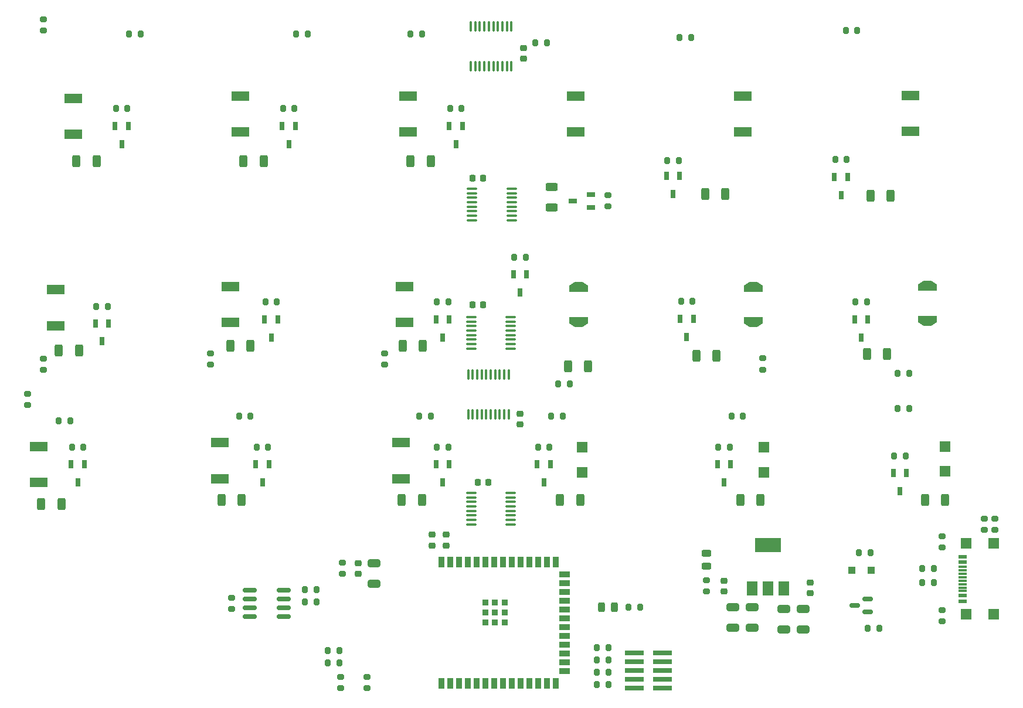
<source format=gbr>
%TF.GenerationSoftware,KiCad,Pcbnew,7.0.7*%
%TF.CreationDate,2024-03-09T13:17:10+01:00*%
%TF.ProjectId,button-board,62757474-6f6e-42d6-926f-6172642e6b69,rev?*%
%TF.SameCoordinates,Original*%
%TF.FileFunction,Paste,Bot*%
%TF.FilePolarity,Positive*%
%FSLAX46Y46*%
G04 Gerber Fmt 4.6, Leading zero omitted, Abs format (unit mm)*
G04 Created by KiCad (PCBNEW 7.0.7) date 2024-03-09 13:17:10*
%MOMM*%
%LPD*%
G01*
G04 APERTURE LIST*
G04 Aperture macros list*
%AMRoundRect*
0 Rectangle with rounded corners*
0 $1 Rounding radius*
0 $2 $3 $4 $5 $6 $7 $8 $9 X,Y pos of 4 corners*
0 Add a 4 corners polygon primitive as box body*
4,1,4,$2,$3,$4,$5,$6,$7,$8,$9,$2,$3,0*
0 Add four circle primitives for the rounded corners*
1,1,$1+$1,$2,$3*
1,1,$1+$1,$4,$5*
1,1,$1+$1,$6,$7*
1,1,$1+$1,$8,$9*
0 Add four rect primitives between the rounded corners*
20,1,$1+$1,$2,$3,$4,$5,0*
20,1,$1+$1,$4,$5,$6,$7,0*
20,1,$1+$1,$6,$7,$8,$9,0*
20,1,$1+$1,$8,$9,$2,$3,0*%
%AMFreePoly0*
4,1,43,0.523063,1.365106,0.538902,1.365106,0.551715,1.355796,0.566779,1.350902,0.576088,1.338088,0.588902,1.328779,0.593796,1.313715,0.603106,1.300902,0.603106,1.285062,0.608000,1.270000,0.608000,-1.270000,0.603106,-1.285062,0.603106,-1.300902,0.593796,-1.313715,0.588902,-1.328779,0.576088,-1.338088,0.566779,-1.350902,0.551715,-1.355796,0.538902,-1.365106,0.523063,-1.365106,
0.508000,-1.370000,-0.254000,-1.370000,-0.270926,-1.364500,-0.288710,-1.363783,-0.299590,-1.355187,-0.312779,-1.350902,-0.323241,-1.336501,-0.337205,-1.325470,-0.845205,-0.563470,-0.853042,-0.535569,-0.862000,-0.508000,-0.862000,0.508000,-0.853042,0.535569,-0.845205,0.563470,-0.337205,1.325470,-0.323241,1.336501,-0.312779,1.350902,-0.299590,1.355187,-0.288710,1.363783,-0.270926,1.364500,
-0.254000,1.370000,0.508000,1.370000,0.523063,1.365106,0.523063,1.365106,$1*%
G04 Aperture macros list end*
%ADD10RoundRect,0.200000X0.200000X0.275000X-0.200000X0.275000X-0.200000X-0.275000X0.200000X-0.275000X0*%
%ADD11RoundRect,0.250000X0.312500X0.625000X-0.312500X0.625000X-0.312500X-0.625000X0.312500X-0.625000X0*%
%ADD12RoundRect,0.200000X-0.275000X0.200000X-0.275000X-0.200000X0.275000X-0.200000X0.275000X0.200000X0*%
%ADD13R,0.650000X1.220000*%
%ADD14RoundRect,0.225000X0.250000X-0.225000X0.250000X0.225000X-0.250000X0.225000X-0.250000X-0.225000X0*%
%ADD15RoundRect,0.250000X-0.312500X-0.625000X0.312500X-0.625000X0.312500X0.625000X-0.312500X0.625000X0*%
%ADD16RoundRect,0.200000X-0.200000X-0.275000X0.200000X-0.275000X0.200000X0.275000X-0.200000X0.275000X0*%
%ADD17RoundRect,0.250000X-0.650000X0.325000X-0.650000X-0.325000X0.650000X-0.325000X0.650000X0.325000X0*%
%ADD18R,0.900000X1.500000*%
%ADD19R,1.500000X0.900000*%
%ADD20R,0.900000X0.900000*%
%ADD21RoundRect,0.200000X0.275000X-0.200000X0.275000X0.200000X-0.275000X0.200000X-0.275000X-0.200000X0*%
%ADD22RoundRect,0.229659X1.070341X-0.470341X1.070341X0.470341X-1.070341X0.470341X-1.070341X-0.470341X0*%
%ADD23FreePoly0,90.000000*%
%ADD24FreePoly0,270.000000*%
%ADD25RoundRect,0.225000X-0.250000X0.225000X-0.250000X-0.225000X0.250000X-0.225000X0.250000X0.225000X0*%
%ADD26RoundRect,0.100000X-0.100000X0.637500X-0.100000X-0.637500X0.100000X-0.637500X0.100000X0.637500X0*%
%ADD27R,1.500000X2.000000*%
%ADD28R,3.800000X2.000000*%
%ADD29RoundRect,0.100000X0.637500X0.100000X-0.637500X0.100000X-0.637500X-0.100000X0.637500X-0.100000X0*%
%ADD30RoundRect,0.225000X-0.225000X-0.250000X0.225000X-0.250000X0.225000X0.250000X-0.225000X0.250000X0*%
%ADD31RoundRect,0.150000X0.825000X0.150000X-0.825000X0.150000X-0.825000X-0.150000X0.825000X-0.150000X0*%
%ADD32RoundRect,0.250000X-0.625000X0.312500X-0.625000X-0.312500X0.625000X-0.312500X0.625000X0.312500X0*%
%ADD33RoundRect,0.150000X0.587500X0.150000X-0.587500X0.150000X-0.587500X-0.150000X0.587500X-0.150000X0*%
%ADD34R,2.790000X0.740000*%
%ADD35R,1.600000X1.500000*%
%ADD36RoundRect,0.243750X-0.243750X-0.456250X0.243750X-0.456250X0.243750X0.456250X-0.243750X0.456250X0*%
%ADD37R,1.220000X0.650000*%
%ADD38R,1.150000X0.600000*%
%ADD39R,1.150000X0.300000*%
%ADD40R,1.500000X1.500000*%
%ADD41RoundRect,0.243750X-0.456250X0.243750X-0.456250X-0.243750X0.456250X-0.243750X0.456250X0.243750X0*%
%ADD42RoundRect,0.250000X-0.300000X-0.300000X0.300000X-0.300000X0.300000X0.300000X-0.300000X0.300000X0*%
G04 APERTURE END LIST*
D10*
%TO.C,R16*%
X48831000Y1556000D03*
X47181000Y1556000D03*
%TD*%
D11*
%TO.C,R59*%
X128462500Y69088000D03*
X125537500Y69088000D03*
%TD*%
D12*
%TO.C,R54*%
X87630001Y69151000D03*
X87630001Y67501000D03*
%TD*%
D13*
%TO.C,Q8*%
X13582162Y50648993D03*
X15482162Y50648993D03*
X14532162Y48028993D03*
%TD*%
D14*
%TO.C,C5*%
X104394000Y11925000D03*
X104394000Y13475000D03*
%TD*%
D15*
%TO.C,R25*%
X5776500Y24511000D03*
X8701500Y24511000D03*
%TD*%
D16*
%TO.C,R113*%
X97981000Y91948000D03*
X99631000Y91948000D03*
%TD*%
D11*
%TO.C,R45*%
X103316500Y45974000D03*
X100391500Y45974000D03*
%TD*%
D17*
%TO.C,C10*%
X53848000Y15953000D03*
X53848000Y13003000D03*
%TD*%
D11*
%TO.C,R35*%
X136336500Y25146000D03*
X133411500Y25146000D03*
%TD*%
D18*
%TO.C,U2*%
X63578000Y16116000D03*
X64848000Y16116000D03*
X66118000Y16116000D03*
X67388000Y16116000D03*
X68658000Y16116000D03*
X69928000Y16116000D03*
X71198000Y16116000D03*
X72468000Y16116000D03*
X73738000Y16116000D03*
X75008000Y16116000D03*
X76278000Y16116000D03*
X77548000Y16116000D03*
X78818000Y16116000D03*
X80088000Y16116000D03*
D19*
X81338000Y14351000D03*
X81338000Y13081000D03*
X81338000Y11811000D03*
X81338000Y10541000D03*
X81338000Y9271000D03*
X81338000Y8001000D03*
X81338000Y6731000D03*
X81338000Y5461000D03*
X81338000Y4191000D03*
X81338000Y2921000D03*
X81338000Y1651000D03*
X81338000Y381000D03*
D18*
X80088000Y-1384000D03*
X78818000Y-1384000D03*
X77548000Y-1384000D03*
X76278000Y-1384000D03*
X75008000Y-1384000D03*
X73738000Y-1384000D03*
X72468000Y-1384000D03*
X71198000Y-1384000D03*
X69928000Y-1384000D03*
X68658000Y-1384000D03*
X67388000Y-1384000D03*
X66118000Y-1384000D03*
X64848000Y-1384000D03*
X63578000Y-1384000D03*
D20*
X72698000Y10266000D03*
X72698000Y10266000D03*
X71298000Y10266000D03*
X69898000Y10266000D03*
X72698000Y8866000D03*
X71298000Y8866000D03*
X69898000Y8866000D03*
X69898000Y8866000D03*
X72698000Y7466000D03*
X71298000Y7466000D03*
X69898000Y7466000D03*
%TD*%
D13*
%TO.C,Q11*%
X73980000Y57698000D03*
X75880000Y57698000D03*
X74930000Y55078000D03*
%TD*%
D15*
%TO.C,R41*%
X57973500Y47371000D03*
X60898500Y47371000D03*
%TD*%
D21*
%TO.C,R108*%
X3810000Y38799000D03*
X3810000Y40449000D03*
%TD*%
D16*
%TO.C,R4*%
X86043000Y2032000D03*
X87693000Y2032000D03*
%TD*%
%TO.C,R58*%
X120460000Y74295000D03*
X122110000Y74295000D03*
%TD*%
D11*
%TO.C,R57*%
X104586500Y69342000D03*
X101661500Y69342000D03*
%TD*%
D22*
%TO.C,D12*%
X58235640Y50749765D03*
X58235640Y55949765D03*
%TD*%
D23*
%TO.C,D14*%
X108609478Y50985765D03*
D24*
X108609478Y55811765D03*
%TD*%
D10*
%TO.C,R12*%
X125539000Y17526000D03*
X123889000Y17526000D03*
%TD*%
D22*
%TO.C,D11*%
X33048721Y50749765D03*
X33048721Y55949765D03*
%TD*%
D25*
%TO.C,C17*%
X74930000Y37605000D03*
X74930000Y36055000D03*
%TD*%
D26*
%TO.C,U11*%
X67814000Y93540500D03*
X68464000Y93540500D03*
X69114000Y93540500D03*
X69764000Y93540500D03*
X70414000Y93540500D03*
X71064000Y93540500D03*
X71714000Y93540500D03*
X72364000Y93540500D03*
X73014000Y93540500D03*
X73664000Y93540500D03*
X73664000Y87815500D03*
X73014000Y87815500D03*
X72364000Y87815500D03*
X71714000Y87815500D03*
X71064000Y87815500D03*
X70414000Y87815500D03*
X69764000Y87815500D03*
X69114000Y87815500D03*
X68464000Y87815500D03*
X67814000Y87815500D03*
%TD*%
D27*
%TO.C,U1*%
X113044000Y12344000D03*
X110744000Y12344000D03*
X108444000Y12344000D03*
D28*
X110744000Y18644000D03*
%TD*%
D16*
%TO.C,R112*%
X77153000Y91186000D03*
X78803000Y91186000D03*
%TD*%
%TO.C,R40*%
X62929000Y53721000D03*
X64579000Y53721000D03*
%TD*%
%TO.C,R36*%
X13707162Y53086000D03*
X15357162Y53086000D03*
%TD*%
%TO.C,R30*%
X77534000Y32766000D03*
X79184000Y32766000D03*
%TD*%
D13*
%TO.C,Q2*%
X10099000Y30266000D03*
X11999000Y30266000D03*
X11049000Y27646000D03*
%TD*%
D25*
%TO.C,C8*%
X51562000Y16015000D03*
X51562000Y14465000D03*
%TD*%
D16*
%TO.C,R18*%
X133033000Y13208000D03*
X134683000Y13208000D03*
%TD*%
D29*
%TO.C,U4*%
X73601500Y51551000D03*
X73601500Y50901000D03*
X73601500Y50251000D03*
X73601500Y49601000D03*
X73601500Y48951000D03*
X73601500Y48301000D03*
X73601500Y47651000D03*
X73601500Y47001000D03*
X67876500Y47001000D03*
X67876500Y47651000D03*
X67876500Y48301000D03*
X67876500Y48951000D03*
X67876500Y49601000D03*
X67876500Y50251000D03*
X67876500Y50901000D03*
X67876500Y51551000D03*
%TD*%
D15*
%TO.C,R37*%
X8316500Y46736000D03*
X11241500Y46736000D03*
%TD*%
D30*
%TO.C,C13*%
X68059000Y71628000D03*
X69609000Y71628000D03*
%TD*%
D21*
%TO.C,R121*%
X6096000Y92901000D03*
X6096000Y94551000D03*
%TD*%
D16*
%TO.C,R46*%
X123381000Y53717953D03*
X125031000Y53717953D03*
%TD*%
D23*
%TO.C,D13*%
X83422559Y50985765D03*
D24*
X83422559Y55811765D03*
%TD*%
D13*
%TO.C,Q9*%
X38039000Y51221000D03*
X39939000Y51221000D03*
X38989000Y48601000D03*
%TD*%
D16*
%TO.C,R3*%
X86043000Y3810000D03*
X87693000Y3810000D03*
%TD*%
D10*
%TO.C,R20*%
X45529000Y12192000D03*
X43879000Y12192000D03*
%TD*%
D29*
%TO.C,U7*%
X73728500Y70093000D03*
X73728500Y69443000D03*
X73728500Y68793000D03*
X73728500Y68143000D03*
X73728500Y67493000D03*
X73728500Y66843000D03*
X73728500Y66193000D03*
X73728500Y65543000D03*
X68003500Y65543000D03*
X68003500Y66193000D03*
X68003500Y66843000D03*
X68003500Y67493000D03*
X68003500Y68143000D03*
X68003500Y68793000D03*
X68003500Y69443000D03*
X68003500Y70093000D03*
%TD*%
D31*
%TO.C,U3*%
X40829000Y12065000D03*
X40829000Y10795000D03*
X40829000Y9525000D03*
X40829000Y8255000D03*
X35879000Y8255000D03*
X35879000Y9525000D03*
X35879000Y10795000D03*
X35879000Y12065000D03*
%TD*%
D10*
%TO.C,R97*%
X36004000Y37211000D03*
X34354000Y37211000D03*
%TD*%
D15*
%TO.C,R39*%
X33081500Y47371000D03*
X36006500Y47371000D03*
%TD*%
D16*
%TO.C,R52*%
X64834000Y81661000D03*
X66484000Y81661000D03*
%TD*%
D15*
%TO.C,R49*%
X10856500Y74041000D03*
X13781500Y74041000D03*
%TD*%
D16*
%TO.C,R32*%
X103569000Y32766000D03*
X105219000Y32766000D03*
%TD*%
D13*
%TO.C,Q19*%
X120335000Y71795000D03*
X122235000Y71795000D03*
X121285000Y69175000D03*
%TD*%
D11*
%TO.C,R31*%
X83631500Y25146000D03*
X80706500Y25146000D03*
%TD*%
D16*
%TO.C,R100*%
X105474000Y37211000D03*
X107124000Y37211000D03*
%TD*%
%TO.C,R5*%
X86043000Y254000D03*
X87693000Y254000D03*
%TD*%
D22*
%TO.C,D4*%
X5361802Y27627600D03*
X5361802Y32827600D03*
%TD*%
D16*
%TO.C,R105*%
X80455000Y41910000D03*
X82105000Y41910000D03*
%TD*%
%TO.C,R42*%
X74105000Y60198000D03*
X75755000Y60198000D03*
%TD*%
D10*
%TO.C,R15*%
X92265000Y9652000D03*
X90615000Y9652000D03*
%TD*%
D32*
%TO.C,R55*%
X79502000Y70296500D03*
X79502000Y67371500D03*
%TD*%
D15*
%TO.C,R51*%
X34986500Y74041000D03*
X37911500Y74041000D03*
%TD*%
D16*
%TO.C,R107*%
X129477000Y43434000D03*
X131127000Y43434000D03*
%TD*%
%TO.C,R19*%
X133033000Y15240000D03*
X134683000Y15240000D03*
%TD*%
%TO.C,R38*%
X38164000Y53721000D03*
X39814000Y53721000D03*
%TD*%
D21*
%TO.C,R106*%
X109982000Y43942000D03*
X109982000Y45592000D03*
%TD*%
D11*
%TO.C,R43*%
X84774500Y44450000D03*
X81849500Y44450000D03*
%TD*%
D13*
%TO.C,Q7*%
X128844000Y28996000D03*
X130744000Y28996000D03*
X129794000Y26376000D03*
%TD*%
D14*
%TO.C,C9*%
X64247000Y18542000D03*
X64247000Y20092000D03*
%TD*%
D12*
%TO.C,R135*%
X33274000Y10985000D03*
X33274000Y9335000D03*
%TD*%
D17*
%TO.C,C4*%
X108458000Y9603000D03*
X108458000Y6653000D03*
%TD*%
D30*
%TO.C,C11*%
X68821000Y27686000D03*
X70371000Y27686000D03*
%TD*%
D16*
%TO.C,R101*%
X129477000Y38354000D03*
X131127000Y38354000D03*
%TD*%
D13*
%TO.C,Q18*%
X96078000Y71922000D03*
X97978000Y71922000D03*
X97028000Y69302000D03*
%TD*%
D33*
%TO.C,Q1*%
X125143500Y10856000D03*
X125143500Y8956000D03*
X123268500Y9906000D03*
%TD*%
D16*
%TO.C,R28*%
X62929000Y32766000D03*
X64579000Y32766000D03*
%TD*%
D10*
%TO.C,R110*%
X44259000Y92456000D03*
X42609000Y92456000D03*
%TD*%
D22*
%TO.C,D19*%
X82922560Y78286324D03*
X82922560Y83486324D03*
%TD*%
D14*
%TO.C,C7*%
X62245000Y18542000D03*
X62245000Y20092000D03*
%TD*%
D34*
%TO.C,J3*%
X95507000Y3048000D03*
X91437000Y3048000D03*
X95507000Y1778000D03*
X91437000Y1778000D03*
X95507000Y508000D03*
X91437000Y508000D03*
X95507000Y-762000D03*
X91437000Y-762000D03*
X95507000Y-2032000D03*
X91437000Y-2032000D03*
%TD*%
D12*
%TO.C,R7*%
X135890000Y9207000D03*
X135890000Y7557000D03*
%TD*%
D10*
%TO.C,R111*%
X60769000Y92456000D03*
X59119000Y92456000D03*
%TD*%
D21*
%TO.C,R102*%
X6096000Y43879000D03*
X6096000Y45529000D03*
%TD*%
D16*
%TO.C,R50*%
X40704000Y81661000D03*
X42354000Y81661000D03*
%TD*%
D10*
%TO.C,R17*%
X48831000Y3334000D03*
X47181000Y3334000D03*
%TD*%
D13*
%TO.C,Q4*%
X62804000Y30266000D03*
X64704000Y30266000D03*
X63754000Y27646000D03*
%TD*%
D15*
%TO.C,R27*%
X31811500Y25146000D03*
X34736500Y25146000D03*
%TD*%
D13*
%TO.C,Q6*%
X103444000Y30266000D03*
X105344000Y30266000D03*
X104394000Y27646000D03*
%TD*%
D22*
%TO.C,D10*%
X7874000Y50281285D03*
X7874000Y55481285D03*
%TD*%
D16*
%TO.C,R44*%
X98169000Y53808000D03*
X99819000Y53808000D03*
%TD*%
D21*
%TO.C,R14*%
X49276000Y14415000D03*
X49276000Y16065000D03*
%TD*%
D13*
%TO.C,Q12*%
X98044000Y51308000D03*
X99944000Y51308000D03*
X98994000Y48688000D03*
%TD*%
%TO.C,Q13*%
X123256000Y51217953D03*
X125156000Y51217953D03*
X124206000Y48597953D03*
%TD*%
D21*
%TO.C,R103*%
X30226000Y44641000D03*
X30226000Y46291000D03*
%TD*%
D35*
%TO.C,D7*%
X83922559Y29113200D03*
X83922559Y32713200D03*
%TD*%
D26*
%TO.C,U10*%
X67433000Y43248500D03*
X68083000Y43248500D03*
X68733000Y43248500D03*
X69383000Y43248500D03*
X70033000Y43248500D03*
X70683000Y43248500D03*
X71333000Y43248500D03*
X71983000Y43248500D03*
X72633000Y43248500D03*
X73283000Y43248500D03*
X73283000Y37523500D03*
X72633000Y37523500D03*
X71983000Y37523500D03*
X71333000Y37523500D03*
X70683000Y37523500D03*
X70033000Y37523500D03*
X69383000Y37523500D03*
X68733000Y37523500D03*
X68083000Y37523500D03*
X67433000Y37523500D03*
%TD*%
D10*
%TO.C,R11*%
X126809000Y6604000D03*
X125159000Y6604000D03*
%TD*%
D16*
%TO.C,R99*%
X79439000Y37211000D03*
X81089000Y37211000D03*
%TD*%
D22*
%TO.C,D21*%
X131296402Y78361684D03*
X131296402Y83561684D03*
%TD*%
%TO.C,D18*%
X58735640Y78286324D03*
X58735640Y83486324D03*
%TD*%
D14*
%TO.C,C2*%
X116840000Y11671000D03*
X116840000Y13221000D03*
%TD*%
D22*
%TO.C,D20*%
X107109480Y78286324D03*
X107109480Y83486324D03*
%TD*%
D13*
%TO.C,Q15*%
X40579000Y79161000D03*
X42479000Y79161000D03*
X41529000Y76541000D03*
%TD*%
D36*
%TO.C,D3*%
X86692500Y9652000D03*
X88567500Y9652000D03*
%TD*%
D11*
%TO.C,R47*%
X127954500Y46228000D03*
X125029500Y46228000D03*
%TD*%
D15*
%TO.C,R53*%
X59116500Y74041000D03*
X62041500Y74041000D03*
%TD*%
D12*
%TO.C,R2*%
X141986000Y22415000D03*
X141986000Y20765000D03*
%TD*%
D16*
%TO.C,R114*%
X121984000Y92964000D03*
X123634000Y92964000D03*
%TD*%
D12*
%TO.C,R22*%
X52832000Y-445000D03*
X52832000Y-2095000D03*
%TD*%
D21*
%TO.C,R104*%
X55372000Y44641000D03*
X55372000Y46291000D03*
%TD*%
D17*
%TO.C,C3*%
X113030000Y9349000D03*
X113030000Y6399000D03*
%TD*%
D12*
%TO.C,R1*%
X143510000Y22415000D03*
X143510000Y20765000D03*
%TD*%
D14*
%TO.C,C18*%
X75438000Y88887000D03*
X75438000Y90437000D03*
%TD*%
D12*
%TO.C,R23*%
X49022000Y-445000D03*
X49022000Y-2095000D03*
%TD*%
D10*
%TO.C,R21*%
X45529000Y10414000D03*
X43879000Y10414000D03*
%TD*%
D17*
%TO.C,C1*%
X115824000Y9349000D03*
X115824000Y6399000D03*
%TD*%
D21*
%TO.C,R13*%
X101854000Y11875000D03*
X101854000Y13525000D03*
%TD*%
D16*
%TO.C,R48*%
X16574000Y81661000D03*
X18224000Y81661000D03*
%TD*%
D35*
%TO.C,D9*%
X136296400Y29238800D03*
X136296400Y32838800D03*
%TD*%
D37*
%TO.C,Q17*%
X85130000Y69276000D03*
X85130000Y67376000D03*
X82510000Y68326000D03*
%TD*%
D22*
%TO.C,D17*%
X34548720Y78286324D03*
X34548720Y83486324D03*
%TD*%
D13*
%TO.C,Q14*%
X16449000Y79161000D03*
X18349000Y79161000D03*
X17399000Y76541000D03*
%TD*%
D38*
%TO.C,J2*%
X138814000Y16916000D03*
X138814000Y16116000D03*
D39*
X138814000Y14966000D03*
X138814000Y13966000D03*
X138814000Y13466000D03*
X138814000Y12466000D03*
D38*
X138814000Y11316000D03*
X138814000Y10516000D03*
X138814000Y10516000D03*
X138814000Y11316000D03*
D39*
X138814000Y11966000D03*
X138814000Y12966000D03*
X138814000Y14466000D03*
X138814000Y15466000D03*
D38*
X138814000Y16116000D03*
X138814000Y16916000D03*
D40*
X143319000Y18836000D03*
X139389000Y18836000D03*
X143319000Y8596000D03*
X139389000Y8596000D03*
%TD*%
D17*
%TO.C,C6*%
X105664000Y9603000D03*
X105664000Y6653000D03*
%TD*%
D29*
%TO.C,U5*%
X73601500Y26151000D03*
X73601500Y25501000D03*
X73601500Y24851000D03*
X73601500Y24201000D03*
X73601500Y23551000D03*
X73601500Y22901000D03*
X73601500Y22251000D03*
X73601500Y21601000D03*
X67876500Y21601000D03*
X67876500Y22251000D03*
X67876500Y22901000D03*
X67876500Y23551000D03*
X67876500Y24201000D03*
X67876500Y24851000D03*
X67876500Y25501000D03*
X67876500Y26151000D03*
%TD*%
D13*
%TO.C,Q10*%
X62804000Y51221000D03*
X64704000Y51221000D03*
X63754000Y48601000D03*
%TD*%
D16*
%TO.C,R24*%
X10224000Y32766000D03*
X11874000Y32766000D03*
%TD*%
D41*
%TO.C,D2*%
X101854000Y17447500D03*
X101854000Y15572500D03*
%TD*%
D16*
%TO.C,R26*%
X36894000Y32766000D03*
X38544000Y32766000D03*
%TD*%
D13*
%TO.C,Q3*%
X36769000Y30266000D03*
X38669000Y30266000D03*
X37719000Y27646000D03*
%TD*%
D11*
%TO.C,R33*%
X109666500Y25146000D03*
X106741500Y25146000D03*
%TD*%
D23*
%TO.C,D15*%
X133796400Y51086245D03*
D24*
X133796400Y55912245D03*
%TD*%
D10*
%TO.C,R109*%
X20129000Y92456000D03*
X18479000Y92456000D03*
%TD*%
D16*
%TO.C,R6*%
X86043000Y-1524000D03*
X87693000Y-1524000D03*
%TD*%
D35*
%TO.C,D8*%
X110109478Y29113200D03*
X110109478Y32713200D03*
%TD*%
D10*
%TO.C,R98*%
X62039000Y37211000D03*
X60389000Y37211000D03*
%TD*%
D13*
%TO.C,Q5*%
X77409000Y30266000D03*
X79309000Y30266000D03*
X78359000Y27646000D03*
%TD*%
D42*
%TO.C,D1*%
X122806000Y14986000D03*
X125606000Y14986000D03*
%TD*%
D13*
%TO.C,Q16*%
X64709000Y79161000D03*
X66609000Y79161000D03*
X65659000Y76541000D03*
%TD*%
D22*
%TO.C,D6*%
X57735640Y28213200D03*
X57735640Y33413200D03*
%TD*%
D15*
%TO.C,R29*%
X57846500Y25146000D03*
X60771500Y25146000D03*
%TD*%
D10*
%TO.C,R96*%
X9969000Y36576000D03*
X8319000Y36576000D03*
%TD*%
D16*
%TO.C,R56*%
X97853000Y74168000D03*
X96203000Y74168000D03*
%TD*%
D30*
%TO.C,C12*%
X68059000Y53340000D03*
X69609000Y53340000D03*
%TD*%
D16*
%TO.C,R34*%
X128969000Y31496000D03*
X130619000Y31496000D03*
%TD*%
D22*
%TO.C,D5*%
X31548721Y28213200D03*
X31548721Y33413200D03*
%TD*%
D21*
%TO.C,R8*%
X135890000Y18225000D03*
X135890000Y19875000D03*
%TD*%
D22*
%TO.C,D16*%
X10361800Y77934964D03*
X10361800Y83134964D03*
%TD*%
M02*

</source>
